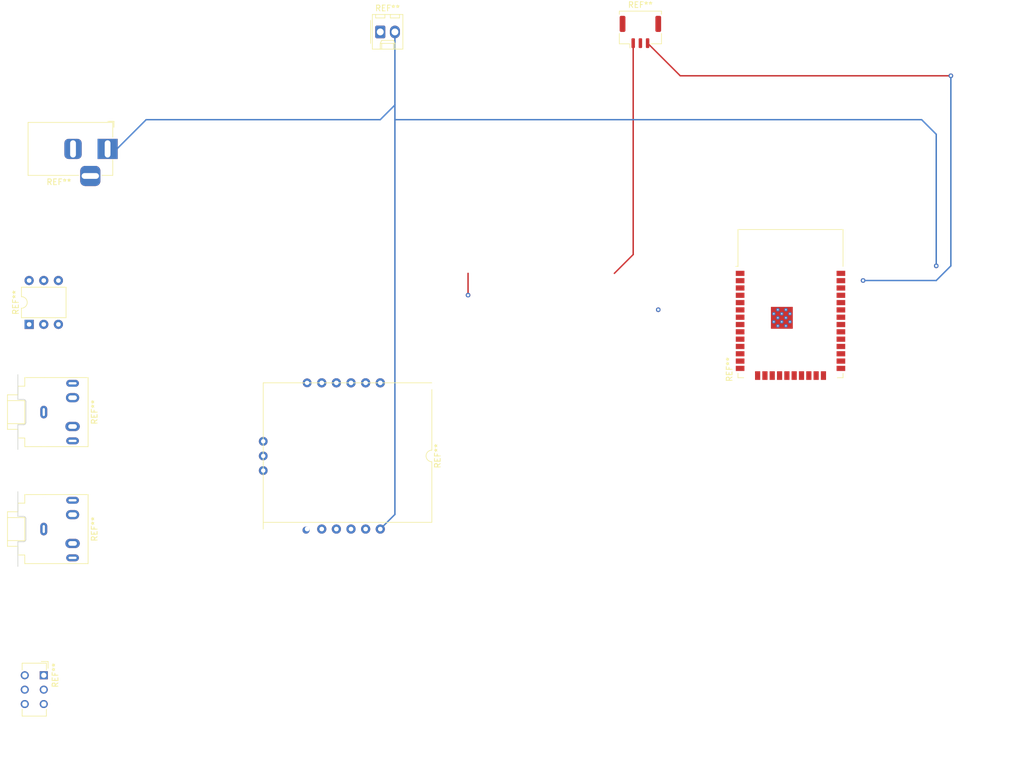
<source format=kicad_pcb>
(kicad_pcb (version 20221018) (generator pcbnew)
  (layers (0 "F.Cu" signal) (31 "B.Cu" signal) (34 "B.Paste" user) (35 "F.Paste" user) (36 "B.SilkS" user "B.Silkscreen") (37 "F.SilkS" user "F.Silkscreen") (38 "B.Mask" user) (39 "F.Mask" user) (44 "Edge.Cuts" user))
  (net 0 "")
  (footprint "Connector_Audio:Jack_3.5mm_CUI_SJ1-3525N_Horizontal" (layer "F.Cu") (at 22.86 106.68 -90)
    (fp_text reference "REF**" (at 0 -8.8 90) (layer "F.SilkS"))
    (fp_text value "Jack_3.5mm_CUI_SJ1-3525N_Horizontal")
    (fp_line (start -6 -7.7) (end 6 -7.7) (stroke (width 0.12)) (layer "F.SilkS"))
    (fp_line (start -6 3.3) (end -6 -7.7) (stroke (width 0.12)) (layer "F.SilkS"))
    (fp_line (start -4.5 3.3) (end -6 3.3) (stroke (width 0.12)) (layer "F.SilkS"))
    (fp_line (start -4.5 4.5) (end -4.5 3.3) (stroke (width 0.12)) (layer "F.SilkS"))
    (fp_line (start -3 4.5) (end -4.5 4.5) (stroke (width 0.12)) (layer "F.SilkS"))
    (fp_line (start -3 6.3) (end -3 4.5) (stroke (width 0.12)) (layer "F.SilkS"))
    (fp_line (start -2 3.3) (end -2 6.3) (stroke (width 0.12)) (layer "F.SilkS"))
    (fp_line (start 2 3.3) (end -2 3.3) (stroke (width 0.12)) (layer "F.SilkS"))
    (fp_line (start 2 6.3) (end 2 3.3) (stroke (width 0.12)) (layer "F.SilkS"))
    (fp_line (start 3 4.5) (end 3 6.3) (stroke (width 0.12)) (layer "F.SilkS"))
    (fp_line (start 3 6.3) (end -3 6.3) (stroke (width 0.12)) (layer "F.SilkS"))
    (fp_line (start 4.5 3.3) (end 4.5 4.5) (stroke (width 0.12)) (layer "F.SilkS"))
    (fp_line (start 4.5 4.5) (end 3 4.5) (stroke (width 0.12)) (layer "F.SilkS"))
    (fp_line (start 6 -7.7) (end 6 3.3) (stroke (width 0.12)) (layer "F.SilkS"))
    (fp_line (start 6 3.3) (end 4.5 3.3) (stroke (width 0.12)) (layer "F.SilkS"))
    (fp_line (start -2.2 3.5) (end -2.2 4.5) (stroke (width 0.12)) (layer "Edge.Cuts"))
    (fp_line (start -2.2 4.5) (end -6.5 4.5) (stroke (width 0.12)) (layer "Edge.Cuts"))
    (fp_line (start 1.8 3.1) (end -1.8 3.1) (stroke (width 0.12)) (layer "Edge.Cuts"))
    (fp_line (start 2.2 3.5) (end 2.2 4.5) (stroke (width 0.12)) (layer "Edge.Cuts"))
    (fp_line (start 2.2 4.5) (end 6.5 4.5) (stroke (width 0.12)) (layer "Edge.Cuts"))
    (fp_arc (start -2.2 3.5) (mid -2.082842 3.217158) (end -1.8 3.1) (stroke (width 0.12)) (layer "Edge.Cuts"))
    (fp_arc (start 1.8 3.1) (mid 2.082843 3.217157) (end 2.2 3.5) (stroke (width 0.12)) (layer "Edge.Cuts"))
    (pad "" np_thru_hole circle (at -5 0 270) (size 1.2 1.2) (drill 1.2) (layers "*.Cu"))
    (pad "" np_thru_hole circle (at -5 2.5 270) (size 1.2 1.2) (drill 1.2) (layers "*.Cu"))
    (pad "" np_thru_hole circle (at 0 -5 270) (size 1.2 1.2) (drill 1.2) (layers "*.Cu"))
    (pad "" np_thru_hole circle (at 5 0 270) (size 1.2 1.2) (drill 1.2) (layers "*.Cu"))
    (pad "" np_thru_hole circle (at 5 2.5 270) (size 1.2 1.2) (drill 1.2) (layers "*.Cu"))
    (pad "R" thru_hole oval (at -5 -5 270) (size 1.2 2.2) (drill oval 0.4 1.4) (layers "*.Cu" "*.Mask"))
    (pad "RN" thru_hole oval (at -2.5 -5 270) (size 1.6 2.3) (drill oval 0.8 1.5) (layers "*.Cu" "*.Mask"))
    (pad "S" thru_hole oval (at 0 0 270) (size 2.2 1.2) (drill oval 1.4 0.4) (layers "*.Cu" "*.Mask"))
    (pad "T" thru_hole oval (at 5 -5 90) (size 1.2 2.2) (drill oval 0.4 1.4) (layers "*.Cu" "*.Mask"))
    (pad "TN" thru_hole oval (at 2.5 -5 90) (size 1.6 2.5) (drill oval 0.8 1.5) (layers "*.Cu" "*.Mask"))
  )
  (footprint "Connector_BarrelJack:BarrelJack_Horizontal" (layer "F.Cu") (at 33.94 40.64)
    (fp_text reference "REF**" (at -8.45 5.75) (layer "F.SilkS"))
    (fp_text value "BarrelJack_Horizontal")
    (fp_line (start -13.8 -4.6) (end 0.9 -4.6) (stroke (width 0.12)) (layer "F.SilkS"))
    (fp_line (start -13.8 4.6) (end -13.8 -4.6) (stroke (width 0.12)) (layer "F.SilkS"))
    (fp_line (start -5 4.6) (end -13.8 4.6) (stroke (width 0.12)) (layer "F.SilkS"))
    (fp_line (start 0.05 -4.8) (end 1.1 -4.8) (stroke (width 0.12)) (layer "F.SilkS"))
    (fp_line (start 0.9 -4.6) (end 0.9 -2) (stroke (width 0.12)) (layer "F.SilkS"))
    (fp_line (start 0.9 1.9) (end 0.9 4.6) (stroke (width 0.12)) (layer "F.SilkS"))
    (fp_line (start 0.9 4.6) (end -1 4.6) (stroke (width 0.12)) (layer "F.SilkS"))
    (fp_line (start 1.1 -3.75) (end 1.1 -4.8) (stroke (width 0.12)) (layer "F.SilkS"))
    (pad "1" thru_hole rect (at 0 0) (size 3.5 3.5) (drill oval 1 3) (layers "*.Cu" "*.Mask"))
    (pad "2" thru_hole roundrect (at -6 0) (size 3 3.5) (drill oval 1 3) (layers "*.Cu" "*.Mask"))
    (pad "3" thru_hole roundrect (at -3 4.7) (size 3.5 3.5) (drill oval 3 1) (layers "*.Cu" "*.Mask"))
  )
  (footprint "RF_Module:ESP32-WROOM-32D" (layer "F.Cu") (at 152.5 70.51)
    (fp_text reference "REF**" (at -10.61 8.43 90) (layer "F.SilkS"))
    (fp_text value "ESP32-WROOM-32D")
    (fp_line (start -9.12 -15.86) (end -9.12 -9.445) (stroke (width 0.12)) (layer "F.SilkS"))
    (fp_line (start -9.12 -15.86) (end 9.12 -15.86) (stroke (width 0.12)) (layer "F.SilkS"))
    (fp_line (start -9.12 -9.445) (end -9.5 -9.445) (stroke (width 0.12)) (layer "F.SilkS"))
    (fp_line (start -9.12 9.1) (end -9.12 9.88) (stroke (width 0.12)) (layer "F.SilkS"))
    (fp_line (start -9.12 9.88) (end -8.12 9.88) (stroke (width 0.12)) (layer "F.SilkS"))
    (fp_line (start 9.12 -15.86) (end 9.12 -9.445) (stroke (width 0.12)) (layer "F.SilkS"))
    (fp_line (start 9.12 9.1) (end 9.12 9.88) (stroke (width 0.12)) (layer "F.SilkS"))
    (fp_line (start 9.12 9.88) (end 8.12 9.88) (stroke (width 0.12)) (layer "F.SilkS"))
    (pad "1" smd rect (at -8.75 -8.25) (size 1.5 0.9) (layers "F.Cu" "F.Paste" "F.Mask"))
    (pad "2" smd rect (at -8.75 -6.98) (size 1.5 0.9) (layers "F.Cu" "F.Paste" "F.Mask"))
    (pad "3" smd rect (at -8.75 -5.71) (size 1.5 0.9) (layers "F.Cu" "F.Paste" "F.Mask"))
    (pad "4" smd rect (at -8.75 -4.44) (size 1.5 0.9) (layers "F.Cu" "F.Paste" "F.Mask"))
    (pad "5" smd rect (at -8.75 -3.17) (size 1.5 0.9) (layers "F.Cu" "F.Paste" "F.Mask"))
    (pad "6" smd rect (at -8.75 -1.9) (size 1.5 0.9) (layers "F.Cu" "F.Paste" "F.Mask"))
    (pad "7" smd rect (at -8.75 -0.63) (size 1.5 0.9) (layers "F.Cu" "F.Paste" "F.Mask"))
    (pad "8" smd rect (at -8.75 0.64) (size 1.5 0.9) (layers "F.Cu" "F.Paste" "F.Mask"))
    (pad "9" smd rect (at -8.75 1.91) (size 1.5 0.9) (layers "F.Cu" "F.Paste" "F.Mask"))
    (pad "10" smd rect (at -8.75 3.18) (size 1.5 0.9) (layers "F.Cu" "F.Paste" "F.Mask"))
    (pad "11" smd rect (at -8.75 4.45) (size 1.5 0.9) (layers "F.Cu" "F.Paste" "F.Mask"))
    (pad "12" smd rect (at -8.75 5.72) (size 1.5 0.9) (layers "F.Cu" "F.Paste" "F.Mask"))
    (pad "13" smd rect (at -8.75 6.99) (size 1.5 0.9) (layers "F.Cu" "F.Paste" "F.Mask"))
    (pad "14" smd rect (at -8.75 8.26) (size 1.5 0.9) (layers "F.Cu" "F.Paste" "F.Mask"))
    (pad "15" smd rect (at -5.71 9.51 90) (size 1.5 0.9) (layers "F.Cu" "F.Paste" "F.Mask"))
    (pad "16" smd rect (at -4.44 9.51 90) (size 1.5 0.9) (layers "F.Cu" "F.Paste" "F.Mask"))
    (pad "17" smd rect (at -3.17 9.51 90) (size 1.5 0.9) (layers "F.Cu" "F.Paste" "F.Mask"))
    (pad "18" smd rect (at -1.9 9.51 90) (size 1.5 0.9) (layers "F.Cu" "F.Paste" "F.Mask"))
    (pad "19" smd rect (at -0.63 9.51 90) (size 1.5 0.9) (layers "F.Cu" "F.Paste" "F.Mask"))
    (pad "20" smd rect (at 0.64 9.51 90) (size 1.5 0.9) (layers "F.Cu" "F.Paste" "F.Mask"))
    (pad "21" smd rect (at 1.91 9.51 90) (size 1.5 0.9) (layers "F.Cu" "F.Paste" "F.Mask"))
    (pad "22" smd rect (at 3.18 9.51 90) (size 1.5 0.9) (layers "F.Cu" "F.Paste" "F.Mask"))
    (pad "23" smd rect (at 4.45 9.51 90) (size 1.5 0.9) (layers "F.Cu" "F.Paste" "F.Mask"))
    (pad "24" smd rect (at 5.72 9.51 90) (size 1.5 0.9) (layers "F.Cu" "F.Paste" "F.Mask"))
    (pad "25" smd rect (at 8.75 8.26) (size 1.5 0.9) (layers "F.Cu" "F.Paste" "F.Mask"))
    (pad "26" smd rect (at 8.75 6.99) (size 1.5 0.9) (layers "F.Cu" "F.Paste" "F.Mask"))
    (pad "27" smd rect (at 8.75 5.72) (size 1.5 0.9) (layers "F.Cu" "F.Paste" "F.Mask"))
    (pad "28" smd rect (at 8.75 4.45) (size 1.5 0.9) (layers "F.Cu" "F.Paste" "F.Mask"))
    (pad "29" smd rect (at 8.75 3.18) (size 1.5 0.9) (layers "F.Cu" "F.Paste" "F.Mask"))
    (pad "30" smd rect (at 8.75 1.91) (size 1.5 0.9) (layers "F.Cu" "F.Paste" "F.Mask"))
    (pad "31" smd rect (at 8.75 0.64) (size 1.5 0.9) (layers "F.Cu" "F.Paste" "F.Mask"))
    (pad "32" smd rect (at 8.75 -0.63) (size 1.5 0.9) (layers "F.Cu" "F.Paste" "F.Mask"))
    (pad "33" smd rect (at 8.75 -1.9) (size 1.5 0.9) (layers "F.Cu" "F.Paste" "F.Mask"))
    (pad "34" smd rect (at 8.75 -3.17) (size 1.5 0.9) (layers "F.Cu" "F.Paste" "F.Mask"))
    (pad "35" smd rect (at 8.75 -4.44) (size 1.5 0.9) (layers "F.Cu" "F.Paste" "F.Mask"))
    (pad "36" smd rect (at 8.75 -5.71) (size 1.5 0.9) (layers "F.Cu" "F.Paste" "F.Mask"))
    (pad "37" smd rect (at 8.75 -6.98) (size 1.5 0.9) (layers "F.Cu" "F.Paste" "F.Mask"))
    (pad "38" smd rect (at 8.75 -8.25) (size 1.5 0.9) (layers "F.Cu" "F.Paste" "F.Mask"))
    (pad "39" smd rect (at -2.9 -1.93) (size 0.9 0.9) (layers "F.Cu" "F.Paste"))
    (pad "39" thru_hole circle (at -2.9 -1.23) (size 0.6 0.6) (drill 0.2) (property pad_prop_heatsink) (layers "*.Cu" "F.Mask"))
    (pad "39" smd rect (at -2.9 -0.53) (size 0.9 0.9) (layers "F.Cu" "F.Paste"))
    (pad "39" thru_hole circle (at -2.9 0.17) (size 0.6 0.6) (drill 0.2) (property pad_prop_heatsink) (layers "*.Cu" "F.Mask"))
    (pad "39" smd rect (at -2.9 0.87) (size 0.9 0.9) (layers "F.Cu" "F.Paste"))
    (pad "39" thru_hole circle (at -2.2 -1.93) (size 0.6 0.6) (drill 0.2) (property pad_prop_heatsink) (layers "*.Cu" "F.Mask"))
    (pad "39" thru_hole circle (at -2.2 -0.53) (size 0.6 0.6) (drill 0.2) (property pad_prop_heatsink) (layers "*.Cu" "F.Mask"))
    (pad "39" thru_hole circle (at -2.2 0.87) (size 0.6 0.6) (drill 0.2) (property pad_prop_heatsink) (layers "*.Cu" "F.Mask"))
    (pad "39" thru_hole circle (at -1.525 -1.23) (size 0.6 0.6) (drill 0.2) (property pad_prop_heatsink) (layers "*.Cu" "F.Mask"))
    (pad "39" thru_hole circle (at -1.525 0.17) (size 0.6 0.6) (drill 0.2) (property pad_prop_heatsink) (layers "*.Cu" "F.Mask"))
    (pad "39" smd rect (at -1.5 -1.93) (size 0.9 0.9) (layers "F.Cu" "F.Paste"))
    (pad "39" smd rect (at -1.5 -0.53) (size 0.9 0.9) (layers "F.Cu" "F.Paste"))
    (pad "39" smd rect (at -1.5 -0.53) (size 3.8 3.8) (layers "F.Cu" "F.Mask"))
    (pad "39" smd rect (at -1.5 0.87) (size 0.9 0.9) (layers "F.Cu" "F.Paste"))
    (pad "39" thru_hole circle (at -0.8 -1.93) (size 0.6 0.6) (drill 0.2) (property pad_prop_heatsink) (layers "*.Cu" "F.Mask"))
    (pad "39" thru_hole circle (at -0.8 -0.53) (size 0.6 0.6) (drill 0.2) (property pad_prop_heatsink) (layers "*.Cu" "F.Mask"))
    (pad "39" thru_hole circle (at -0.8 0.87) (size 0.6 0.6) (drill 0.2) (property pad_prop_heatsink) (layers "*.Cu" "F.Mask"))
    (pad "39" smd rect (at -0.1 -1.93) (size 0.9 0.9) (layers "F.Cu" "F.Paste"))
    (pad "39" thru_hole circle (at -0.1 -1.23) (size 0.6 0.6) (drill 0.2) (property pad_prop_heatsink) (layers "*.Cu" "F.Mask"))
    (pad "39" smd rect (at -0.1 -0.53) (size 0.9 0.9) (layers "F.Cu" "F.Paste"))
    (pad "39" thru_hole circle (at -0.1 0.17) (size 0.6 0.6) (drill 0.2) (property pad_prop_heatsink) (layers "*.Cu" "F.Mask"))
    (pad "39" smd rect (at -0.1 0.87) (size 0.9 0.9) (layers "F.Cu" "F.Paste"))
  )
  (footprint "Package_DIP:DIP-6_W7.62mm" (layer "F.Cu") (at 20.32 71.12 90)
    (fp_text reference "REF**" (at 3.81 -2.33 90) (layer "F.SilkS"))
    (fp_text value "DIP-6_W7.62mm")
    (fp_line (start 1.16 -1.33) (end 1.16 6.41) (stroke (width 0.12)) (layer "F.SilkS"))
    (fp_line (start 1.16 6.41) (end 6.46 6.41) (stroke (width 0.12)) (layer "F.SilkS"))
    (fp_line (start 2.81 -1.33) (end 1.16 -1.33) (stroke (width 0.12)) (layer "F.SilkS"))
    (fp_line (start 6.46 -1.33) (end 4.81 -1.33) (stroke (width 0.12)) (layer "F.SilkS"))
    (fp_line (start 6.46 6.41) (end 6.46 -1.33) (stroke (width 0.12)) (layer "F.SilkS"))
    (fp_arc (start 4.81 -1.33) (mid 3.81 -0.33) (end 2.81 -1.33) (stroke (width 0.12)) (layer "F.SilkS"))
    (pad "1" thru_hole rect (at 0 0 90) (size 1.6 1.6) (drill 0.8) (layers "*.Cu" "*.Mask"))
    (pad "2" thru_hole oval (at 0 2.54 90) (size 1.6 1.6) (drill 0.8) (layers "*.Cu" "*.Mask"))
    (pad "3" thru_hole oval (at 0 5.08 90) (size 1.6 1.6) (drill 0.8) (layers "*.Cu" "*.Mask"))
    (pad "4" thru_hole oval (at 7.62 5.08 90) (size 1.6 1.6) (drill 0.8) (layers "*.Cu" "*.Mask"))
    (pad "5" thru_hole oval (at 7.62 2.54 90) (size 1.6 1.6) (drill 0.8) (layers "*.Cu" "*.Mask"))
    (pad "6" thru_hole oval (at 7.62 0 90) (size 1.6 1.6) (drill 0.8) (layers "*.Cu" "*.Mask"))
  )
  (footprint "Button_Switch_THT:SW_CuK_JS202011AQN_DPDT_Angled" (layer "F.Cu") (at 22.86 132.08 -90)
    (fp_text reference "REF**" (at 0 -2 90) (layer "F.SilkS"))
    (fp_text value "SW_CuK_JS202011AQN_DPDT_Angled")
    (fp_line (start -2.4 -0.75) (end -2.4 0.45) (stroke (width 0.12)) (layer "F.SilkS"))
    (fp_line (start -2.1 -0.45) (end -2.1 3.75) (stroke (width 0.12)) (layer "F.SilkS"))
    (fp_line (start -2.1 3.75) (end -0.9 3.75) (stroke (width 0.12)) (layer "F.SilkS"))
    (fp_line (start -1.2 -0.75) (end -2.4 -0.75) (stroke (width 0.12)) (layer "F.SilkS"))
    (fp_line (start -0.9 -0.45) (end -2.1 -0.45) (stroke (width 0.12)) (layer "F.SilkS"))
    (fp_line (start 5.9 -0.45) (end 7.1 -0.45) (stroke (width 0.12)) (layer "F.SilkS"))
    (fp_line (start 7.1 -0.45) (end 7.1 3.75) (stroke (width 0.12)) (layer "F.SilkS"))
    (fp_line (start 7.1 3.75) (end 5.9 3.75) (stroke (width 0.12)) (layer "F.SilkS"))
    (pad "1" thru_hole rect (at 0 0 270) (size 1.4 1.4) (drill 0.9) (layers "*.Cu" "*.Mask"))
    (pad "2" thru_hole circle (at 2.5 0 270) (size 1.4 1.4) (drill 0.9) (layers "*.Cu" "*.Mask"))
    (pad "3" thru_hole circle (at 5 0 270) (size 1.4 1.4) (drill 0.9) (layers "*.Cu" "*.Mask"))
    (pad "4" thru_hole circle (at 0 3.3 270) (size 1.4 1.4) (drill 0.9) (layers "*.Cu" "*.Mask"))
    (pad "5" thru_hole circle (at 2.5 3.3 270) (size 1.4 1.4) (drill 0.9) (layers "*.Cu" "*.Mask"))
    (pad "6" thru_hole circle (at 5 3.3 270) (size 1.4 1.4) (drill 0.9) (layers "*.Cu" "*.Mask"))
  )
  (footprint "Package_DIP:DIP-40_W25.4mm" (layer "F.Cu") (at 88.9 81.28 -90)
    (fp_text reference "REF**" (at 12.7 -2.33 90) (layer "F.SilkS"))
    (fp_text value "DIP-40_W25.4mm")
    (fp_line (start 0 -1.33) (end 0 27.94) (stroke (width 0.12)) (layer "F.SilkS"))
    (fp_line (start 0 27.94) (end 25.4 27.94) (stroke (width 0.12)) (layer "F.SilkS"))
    (fp_line (start 11.7 -1.33) (end 1.16 -1.33) (stroke (width 0.12)) (layer "F.SilkS"))
    (fp_line (start 24.24 -1.33) (end 13.7 -1.33) (stroke (width 0.12)) (layer "F.SilkS"))
    (fp_line (start 24.24 27.94) (end 24.24 -1.33) (stroke (width 0.12)) (layer "F.SilkS"))
    (fp_arc (start 13.7 -1.33) (mid 12.7 -0.33) (end 11.7 -1.33) (stroke (width 0.12)) (layer "F.SilkS"))
    (pad "1" thru_hole circle (at 0 20.32 270) (size 1.524 1.524) (drill 0.762) (layers "*.Cu" "*.Mask"))
    (pad "2" thru_hole circle (at 10.16 27.94 270) (size 1.524 1.524) (drill 0.762) (layers "*.Cu" "*.Mask"))
    (pad "3" thru_hole circle (at 12.7 27.94 270) (size 1.524 1.524) (drill 0.762) (layers "*.Cu" "*.Mask"))
    (pad "4" thru_hole oval (at 0 7.62 270) (size 1.6 1.6) (drill 0.8) (layers "*.Cu" "*.Mask"))
    (pad "5" thru_hole oval (at 0 10.16 270) (size 1.6 1.6) (drill 0.8) (layers "*.Cu" "*.Mask"))
    (pad "6" thru_hole oval (at 0 12.7 270) (size 1.6 1.6) (drill 0.8) (layers "*.Cu" "*.Mask"))
    (pad "7" thru_hole oval (at 0 15.24 270) (size 1.6 1.6) (drill 0.8) (layers "*.Cu" "*.Mask"))
    (pad "8" thru_hole oval (at 0 17.78 270) (size 1.6 1.6) (drill 0.8) (layers "*.Cu" "*.Mask"))
    (pad "11" thru_hole circle (at 15.24 27.94 270) (size 1.524 1.524) (drill 0.762) (layers "*.Cu" "*.Mask"))
    (pad "32" thru_hole oval (at 25.4 20.32 270) (size 1.2254 1.2254) (drill 0.8 (offset 0.1873 0.1873)) (layers "*.Cu" "*.Mask"))
    (pad "33" thru_hole oval (at 25.4 17.78 270) (size 1.6 1.6) (drill 0.8) (layers "*.Cu" "*.Mask"))
    (pad "34" thru_hole oval (at 25.4 15.24 270) (size 1.6 1.6) (drill 0.8) (layers "*.Cu" "*.Mask"))
    (pad "35" thru_hole oval (at 25.4 12.7 270) (size 1.6 1.6) (drill 0.8) (layers "*.Cu" "*.Mask"))
    (pad "36" thru_hole oval (at 25.4 10.16 270) (size 1.6 1.6) (drill 0.8) (layers "*.Cu" "*.Mask"))
    (pad "37" thru_hole oval (at 25.4 7.62 270) (size 1.6 1.6) (drill 0.8) (layers "*.Cu" "*.Mask"))
  )
  (footprint "Connector_Molex:Molex_KK-254_AE-6410-02A_1x02_P2.54mm_Vertical" (layer "F.Cu") (at 81.28 20.32)
    (fp_text reference "REF**" (at 1.27 -4.12) (layer "F.SilkS"))
    (fp_text value "Molex_KK-254_AE-6410-02A_1x02_P2.54mm_Vertical")
    (fp_line (start -1.67 -2) (end -1.67 2) (stroke (width 0.12)) (layer "F.SilkS"))
    (fp_line (start -1.38 -3.03) (end -1.38 2.99) (stroke (width 0.12)) (layer "F.SilkS"))
    (fp_line (start -1.38 2.99) (end 3.92 2.99) (stroke (width 0.12)) (layer "F.SilkS"))
    (fp_line (start -0.8 -3.03) (end -0.8 -2.43) (stroke (width 0.12)) (layer "F.SilkS"))
    (fp_line (start -0.8 -2.43) (end 0.8 -2.43) (stroke (width 0.12)) (layer "F.SilkS"))
    (fp_line (start 0 1.99) (end 0.25 1.46) (stroke (width 0.12)) (layer "F.SilkS"))
    (fp_line (start 0 1.99) (end 2.54 1.99) (stroke (width 0.12)) (layer "F.SilkS"))
    (fp_line (start 0 2.99) (end 0 1.99) (stroke (width 0.12)) (layer "F.SilkS"))
    (fp_line (start 0.25 1.46) (end 2.29 1.46) (stroke (width 0.12)) (layer "F.SilkS"))
    (fp_line (start 0.25 2.99) (end 0.25 1.99) (stroke (width 0.12)) (layer "F.SilkS"))
    (fp_line (start 0.8 -2.43) (end 0.8 -3.03) (stroke (width 0.12)) (layer "F.SilkS"))
    (fp_line (start 1.74 -3.03) (end 1.74 -2.43) (stroke (width 0.12)) (layer "F.SilkS"))
    (fp_line (start 1.74 -2.43) (end 3.34 -2.43) (stroke (width 0.12)) (layer "F.SilkS"))
    (fp_line (start 2.29 1.46) (end 2.54 1.99) (stroke (width 0.12)) (layer "F.SilkS"))
    (fp_line (start 2.29 2.99) (end 2.29 1.99) (stroke (width 0.12)) (layer "F.SilkS"))
    (fp_line (start 2.54 1.99) (end 2.54 2.99) (stroke (width 0.12)) (layer "F.SilkS"))
    (fp_line (start 3.34 -2.43) (end 3.34 -3.03) (stroke (width 0.12)) (layer "F.SilkS"))
    (fp_line (start 3.92 -3.03) (end -1.38 -3.03) (stroke (width 0.12)) (layer "F.SilkS"))
    (fp_line (start 3.92 2.99) (end 3.92 -3.03) (stroke (width 0.12)) (layer "F.SilkS"))
    (pad "1" thru_hole roundrect (at 0 0) (size 1.74 2.19) (drill 1.19) (layers "*.Cu" "*.Mask") (roundrect_rratio 0.143678))
    (pad "2" thru_hole oval (at 2.54 0) (size 1.74 2.19) (drill 1.19) (layers "*.Cu" "*.Mask"))
  )
  (footprint "Connector_Audio:Jack_3.5mm_CUI_SJ1-3525N_Horizontal" (layer "F.Cu") (at 22.86 86.36 -90)
    (fp_text reference "REF**" (at 0 -8.8 90) (layer "F.SilkS"))
    (fp_text value "Jack_3.5mm_CUI_SJ1-3525N_Horizontal")
    (fp_line (start -6 -7.7) (end 6 -7.7) (stroke (width 0.12)) (layer "F.SilkS"))
    (fp_line (start -6 3.3) (end -6 -7.7) (stroke (width 0.12)) (layer "F.SilkS"))
    (fp_line (start -4.5 3.3) (end -6 3.3) (stroke (width 0.12)) (layer "F.SilkS"))
    (fp_line (start -4.5 4.5) (end -4.5 3.3) (stroke (width 0.12)) (layer "F.SilkS"))
    (fp_line (start -3 4.5) (end -4.5 4.5) (stroke (width 0.12)) (layer "F.SilkS"))
    (fp_line (start -3 6.3) (end -3 4.5) (stroke (width 0.12)) (layer "F.SilkS"))
    (fp_line (start -2 3.3) (end -2 6.3) (stroke (width 0.12)) (layer "F.SilkS"))
    (fp_line (start 2 3.3) (end -2 3.3) (stroke (width 0.12)) (layer "F.SilkS"))
    (fp_line (start 2 6.3) (end 2 3.3) (stroke (width 0.12)) (layer "F.SilkS"))
    (fp_line (start 3 4.5) (end 3 6.3) (stroke (width 0.12)) (layer "F.SilkS"))
    (fp_line (start 3 6.3) (end -3 6.3) (stroke (width 0.12)) (layer "F.SilkS"))
    (fp_line (start 4.5 3.3) (end 4.5 4.5) (stroke (width 0.12)) (layer "F.SilkS"))
    (fp_line (start 4.5 4.5) (end 3 4.5) (stroke (width 0.12)) (layer "F.SilkS"))
    (fp_line (start 6 -7.7) (end 6 3.3) (stroke (width 0.12)) (layer "F.SilkS"))
    (fp_line (start 6 3.3) (end 4.5 3.3) (stroke (width 0.12)) (layer "F.SilkS"))
    (fp_line (start -2.2 3.5) (end -2.2 4.5) (stroke (width 0.12)) (layer "Edge.Cuts"))
    (fp_line (start -2.2 4.5) (end -6.5 4.5) (stroke (width 0.12)) (layer "Edge.Cuts"))
    (fp_line (start 1.8 3.1) (end -1.8 3.1) (stroke (width 0.12)) (layer "Edge.Cuts"))
    (fp_line (start 2.2 3.5) (end 2.2 4.5) (stroke (width 0.12)) (layer "Edge.Cuts"))
    (fp_line (start 2.2 4.5) (end 6.5 4.5) (stroke (width 0.12)) (layer "Edge.Cuts"))
    (fp_arc (start -2.2 3.5) (mid -2.082842 3.217158) (end -1.8 3.1) (stroke (width 0.12)) (layer "Edge.Cuts"))
    (fp_arc (start 1.8 3.1) (mid 2.082843 3.217157) (end 2.2 3.5) (stroke (width 0.12)) (layer "Edge.Cuts"))
    (pad "" np_thru_hole circle (at -5 0 270) (size 1.2 1.2) (drill 1.2) (layers "*.Cu"))
    (pad "" np_thru_hole circle (at -5 2.5 270) (size 1.2 1.2) (drill 1.2) (layers "*.Cu"))
    (pad "" np_thru_hole circle (at 0 -5 270) (size 1.2 1.2) (drill 1.2) (layers "*.Cu"))
    (pad "" np_thru_hole circle (at 5 0 270) (size 1.2 1.2) (drill 1.2) (layers "*.Cu"))
    (pad "" np_thru_hole circle (at 5 2.5 270) (size 1.2 1.2) (drill 1.2) (layers "*.Cu"))
    (pad "R" thru_hole oval (at -5 -5 270) (size 1.2 2.2) (drill oval 0.4 1.4) (layers "*.Cu" "*.Mask"))
    (pad "RN" thru_hole oval (at -2.5 -5 270) (size 1.6 2.3) (drill oval 0.8 1.5) (layers "*.Cu" "*.Mask"))
    (pad "S" thru_hole oval (at 0 0 270) (size 2.2 1.2) (drill oval 1.4 0.4) (layers "*.Cu" "*.Mask"))
    (pad "T" thru_hole oval (at 5 -5 90) (size 1.2 2.2) (drill oval 0.4 1.4) (layers "*.Cu" "*.Mask"))
    (pad "TN" thru_hole oval (at 2.5 -5 90) (size 1.6 2.5) (drill oval 0.8 1.5) (layers "*.Cu" "*.Mask"))
  )
  (footprint "Connector_Molex:Molex_CLIK-Mate_502382-0370_1x03-1MP_P1.25mm_Vertical" (layer "F.Cu") (at 126.44 20.32)
    (fp_text reference "REF**" (at 0 -4.7) (layer "F.SilkS"))
    (fp_text value "Molex_CLIK-Mate_502382-0370_1x03-1MP_P1.25mm_Vertical")
    (fp_line (start -3.66 -3.61) (end 3.66 -3.61) (stroke (width 0.12)) (layer "F.SilkS"))
    (fp_line (start -3.66 -3.06) (end -3.66 -3.61) (stroke (width 0.12)) (layer "F.SilkS"))
    (fp_line (start -3.66 0.26) (end -3.66 2.06) (stroke (width 0.12)) (layer "F.SilkS"))
    (fp_line (start -3.66 2.06) (end -1.81 2.06) (stroke (width 0.12)) (layer "F.SilkS"))
    (fp_line (start -1.81 2.06) (end -1.81 2.8) (stroke (width 0.12)) (layer "F.SilkS"))
    (fp_line (start 3.66 -3.61) (end 3.66 -3.06) (stroke (width 0.12)) (layer "F.SilkS"))
    (fp_line (start 3.66 0.26) (end 3.66 2.06) (stroke (width 0.12)) (layer "F.SilkS"))
    (fp_line (start 3.66 2.06) (end 1.81 2.06) (stroke (width 0.12)) (layer "F.SilkS"))
    (pad "1" smd roundrect (at -1.25 1.95) (size 0.6 1.7) (layers "F.Cu" "F.Paste" "F.Mask"))
    (pad "2" smd roundrect (at 0 1.95) (size 0.6 1.7) (layers "F.Cu" "F.Paste" "F.Mask"))
    (pad "3" smd roundrect (at 1.25 1.95) (size 0.6 1.7) (layers "F.Cu" "F.Paste" "F.Mask"))
    (pad "MP" smd roundrect (at -3.1 -1.4) (size 1 2.8) (layers "F.Cu" "F.Paste" "F.Mask"))
    (pad "MP" smd roundrect (at 3.1 -1.4) (size 1 2.8) (layers "F.Cu" "F.Paste" "F.Mask"))
  )
  (segment (start 96.52 62.26) (end 24.1 62.26) (width 0) (layer "F.Cu") (net 0))
  (segment (start 176.5 62.26) (end 177.8 60.96) (width 0) (layer "F.Cu") (net 0))
  (segment (start 149.86 88.9) (end 152.4 88.9) (width 0) (layer "F.Cu") (net 0))
  (segment (start 161.25 63.53) (end 165.07 63.53) (width 0) (layer "F.Cu") (net 0))
  (segment (start 133.36 27.94) (end 180.34 27.94) (width 0.25) (layer "F.Cu") (net 0))
  (segment (start 152.4 88.9) (end 152.4 83.82) (width 0) (layer "F.Cu") (net 0))
  (segment (start 73.66 101.6) (end 76.2 101.6) (width 0) (layer "F.Cu") (net 0))
  (segment (start 17.78 142.24) (end 96.52 142.24) (width 0) (layer "F.Cu") (net 0))
  (segment (start 45.72 86.36) (end 43.18 83.82) (width 0) (layer "F.Cu") (net 0))
  (segment (start 104.11 63.53) (end 99.06 68.58) (width 0) (layer "F.Cu") (net 0))
  (segment (start 43.18 83.82) (end 43.14 83.86) (width 0) (layer "F.Cu") (net 0))
  (segment (start 96.52 66.04) (end 96.52 62.26) (width 0.25) (layer "F.Cu") (net 0))
  (segment (start 38.02 91.36) (end 40.64 93.98) (width 0) (layer "F.Cu") (net 0))
  (segment (start 76.2 106.68) (end 76.2 114.3) (width 0) (layer "F.Cu") (net 0))
  (segment (start 129.54 68.58) (end 130.84 69.88) (width 0) (layer "F.Cu") (net 0))
  (segment (start 71.12 91.44) (end 71.12 81.28) (width 0) (layer "F.Cu") (net 0))
  (segment (start 43.14 88.86) (end 45.72 91.44) (width 0) (layer "F.Cu") (net 0))
  (segment (start 17.78 136.36) (end 17.78 142.24) (width 0) (layer "F.Cu") (net 0))
  (segment (start 22.86 73.66) (end 22.86 71.12) (width 0) (layer "F.Cu") (net 0))
  (segment (start 27.94 40.64) (end 27.94 42.34) (width 0) (layer "F.Cu") (net 0))
  (segment (start 126.44 24.84) (end 126.44 22.27) (width 0) (layer "F.Cu") (net 0))
  (segment (start 27.86 83.86) (end 30.44 83.86) (width 0) (layer "F.Cu") (net 0))
  (segment (start 24.1 62.26) (end 22.86 63.5) (width 0) (layer "F.Cu") (net 0))
  (segment (start 22.86 137.08) (end 25.48 137.08) (width 0) (layer "F.Cu") (net 0))
  (segment (start 121.92 62.26) (end 96.52 62.26) (width 0) (layer "F.Cu") (net 0))
  (segment (start 81.28 76.2) (end 121.92 76.2) (width 0) (layer "F.Cu") (net 0))
  (segment (start 40.64 93.98) (end 60.96 93.98) (width 0) (layer "F.Cu") (net 0))
  (segment (start 190.5 86.36) (end 193.04 83.82) (width 0) (layer "F.Cu") (net 0))
  (segment (start 25.48 137.08) (end 71.12 91.44) (width 0) (layer "F.Cu") (net 0))
  (segment (start 99.06 68.58) (end 45.72 68.58) (width 0) (layer "F.Cu") (net 0))
  (segment (start 76.2 101.6) (end 76.2 106.68) (width 0) (layer "F.Cu") (net 0))
  (segment (start 127.69 22.27) (end 133.36 27.94) (width 0.25) (layer "F.Cu") (net 0))
  (segment (start 125.19 58.99) (end 121.92 62.26) (width 0.25) (layer "F.Cu") (net 0))
  (segment (start 156.95 85.83) (end 157.48 86.36) (width 0) (layer "F.Cu") (net 0))
  (segment (start 45.72 91.44) (end 45.72 86.36) (width 0) (layer "F.Cu") (net 0))
  (segment (start 143.75 62.26) (end 121.92 62.26) (width 0) (layer "F.Cu") (net 0))
  (segment (start 78.74 86.36) (end 73.66 86.36) (width 0) (layer "F.Cu") (net 0))
  (segment (start 27.86 91.36) (end 38.02 91.36) (width 0) (layer "F.Cu") (net 0))
  (segment (start 60.96 91.44) (end 45.72 91.44) (width 0) (layer "F.Cu") (net 0))
  (segment (start 40.64 73.66) (end 22.86 73.66) (width 0) (layer "F.Cu") (net 0))
  (segment (start 45.72 68.58) (end 40.64 73.66) (width 0) (layer "F.Cu") (net 0))
  (segment (start 165.07 63.53) (end 165.1 63.5) (width 0) (layer "F.Cu") (net 0))
  (segment (start 73.66 81.28) (end 73.66 101.6) (width 0) (layer "F.Cu") (net 0))
  (segment (start 96.52 142.24) (end 149.86 88.9) (width 0) (layer "F.Cu") (net 0))
  (segment (start 132.08 30.48) (end 126.44 24.84) (width 0) (layer "F.Cu") (net 0))
  (segment (start 130.84 69.88) (end 143.75 69.88) (width 0) (layer "F.Cu") (net 0))
  (segment (start 125.19 22.27) (end 125.19 58.99) (width 0.25) (layer "F.Cu") (net 0))
  (segment (start 193.04 83.82) (end 193.04 30.48) (width 0) (layer "F.Cu") (net 0))
  (segment (start 143.75 63.53) (end 104.11 63.53) (width 0) (layer "F.Cu") (net 0))
  (segment (start 81.28 81.28) (end 81.28 76.2) (width 0) (layer "F.Cu") (net 0))
  (segment (start 152.4 83.82) (end 151.87 83.29) (width 0) (layer "F.Cu") (net 0))
  (segment (start 19.56 134.58) (end 17.78 136.36) (width 0) (layer "F.Cu") (net 0))
  (segment (start 151.87 83.29) (end 151.87 80.02) (width 0) (layer "F.Cu") (net 0))
  (segment (start 121.92 76.2) (end 129.54 68.58) (width 0) (layer "F.Cu") (net 0))
  (segment (start 161.25 62.26) (end 176.5 62.26) (width 0) (layer "F.Cu") (net 0))
  (segment (start 27.94 42.34) (end 30.94 45.34) (width 0) (layer "F.Cu") (net 0))
  (segment (start 193.04 30.48) (end 132.08 30.48) (width 0) (layer "F.Cu") (net 0))
  (segment (start 157.48 86.36) (end 190.5 86.36) (width 0) (layer "F.Cu") (net 0))
  (segment (start 78.74 81.28) (end 78.74 86.36) (width 0) (layer "F.Cu") (net 0))
  (segment (start 30.44 83.86) (end 30.48 83.82) (width 0) (layer "F.Cu") (net 0))
  (segment (start 43.14 83.86) (end 27.86 83.86) (width 0) (layer "F.Cu") (net 0))
  (segment (start 27.86 88.86) (end 43.14 88.86) (width 0) (layer "F.Cu") (net 0))
  (segment (start 156.95 80.02) (end 156.95 85.83) (width 0) (layer "F.Cu") (net 0))
  (via (at 27.94 40.64) (size 0.8) (drill 0.4) (layers "F.Cu" "B.Cu") (net 0))
  (via (at 27.94 40.64) (size 0.8) (drill 0.4) (layers "F.Cu" "B.Cu") (net 0))
  (via (at 96.52 66.04) (size 0.8) (drill 0.4) (layers "F.Cu" "B.Cu") (net 0))
  (via (at 27.94 40.64) (size 0.8) (drill 0.4) (layers "F.Cu" "B.Cu") (net 0))
  (via (at 177.8 60.96) (size 0.8) (drill 0.4) (layers "F.Cu" "B.Cu") (net 0))
  (via (at 27.94 40.64) (size 0.8) (drill 0.4) (layers "F.Cu" "B.Cu") (net 0))
  (via (at 27.94 40.64) (size 0.8) (drill 0.4) (layers "F.Cu" "B.Cu") (net 0))
  (via (at 27.94 40.64) (size 0.8) (drill 0.4) (layers "F.Cu" "B.Cu") (net 0))
  (via (at 27.94 40.64) (size 0.8) (drill 0.4) (layers "F.Cu" "B.Cu") (net 0))
  (via (at 129.54 68.58) (size 0.8) (drill 0.4) (layers "F.Cu" "B.Cu") (net 0))
  (via (at 180.34 27.94) (size 0.8) (drill 0.4) (layers "F.Cu" "B.Cu") (net 0))
  (via (at 165.1 63.5) (size 0.8) (drill 0.4) (layers "F.Cu" "B.Cu") (net 0))
  (via (at 27.94 40.64) (size 0.8) (drill 0.4) (layers "F.Cu" "B.Cu") (net 0))
  (segment (start 99.06 129.54) (end 129.54 99.06) (width 0) (layer "B.Cu") (net 0))
  (segment (start 40.6 109.18) (end 27.86 109.18) (width 0) (layer "B.Cu") (net 0))
  (segment (start 33.02 121.92) (end 22.86 121.92) (width 0) (layer "B.Cu") (net 0))
  (segment (start 33.02 104.14) (end 32.98 104.18) (width 0) (layer "B.Cu") (net 0))
  (segment (start 180.34 60.96) (end 177.8 63.5) (width 0.25) (layer "B.Cu") (net 0))
  (segment (start 40.64 109.22) (end 40.6 109.18) (width 0) (layer "B.Cu") (net 0))
  (segment (start 73.66 81.28) (end 33.02 121.92) (width 0) (layer "B.Cu") (net 0))
  (segment (start 27.94 33.02) (end 78.74 33.02) (width 0) (layer "B.Cu") (net 0))
  (segment (start 38.14 83.86) (end 40.64 86.36) (width 0) (layer "B.Cu") (net 0))
  (segment (start 177.8 63.5) (end 165.1 63.5) (width 0.25) (layer "B.Cu") (net 0))
  (segment (start 73.66 81.28) (end 55.88 99.06) (width 0) (layer "B.Cu") (net 0))
  (segment (start 33.02 88.9) (end 33.02 104.14) (width 0) (layer "B.Cu") (net 0))
  (segment (start 25.4 71.12) (end 25.4 131.24) (width 0) (layer "B.Cu") (net 0))
  (segment (start 22.86 134.58) (end 94.02 134.58) (width 0) (layer "B.Cu") (net 0))
  (segment (start 76.2 81.28) (end 73.66 81.28) (width 0) (layer "B.Cu") (net 0))
  (segment (start 35.56 66.04) (end 35.56 132.08) (width 0) (layer "B.Cu") (net 0))
  (segment (start 32.98 88.86) (end 33.02 88.9) (width 0) (layer "B.Cu") (net 0))
  (segment (start 83.82 33.02) (end 83.82 104.14) (width 0.25) (layer "B.Cu") (net 0))
  (segment (start 83.82 104.14) (end 81.28 106.68) (width 0.25) (layer "B.Cu") (net 0))
  (segment (start 81.28 30.48) (end 81.28 20.32) (width 0) (layer "B.Cu") (net 0))
  (segment (start 32.98 104.18) (end 27.86 104.18) (width 0) (layer "B.Cu") (net 0))
  (segment (start 78.74 109.22) (end 96.52 109.22) (width 0) (layer "B.Cu") (net 0))
  (segment (start 78.74 33.02) (end 81.28 30.48) (width 0) (layer "B.Cu") (net 0))
  (segment (start 33.02 63.5) (end 35.56 66.04) (width 0) (layer "B.Cu") (net 0))
  (segment (start 180.34 27.94) (end 180.34 60.96) (width 0.25) (layer "B.Cu") (net 0))
  (segment (start 35.56 40.64) (end 33.94 40.64) (width 0.25) (layer "B.Cu") (net 0))
  (segment (start 17.78 130.3) (end 19.56 132.08) (width 0) (layer "B.Cu") (net 0))
  (segment (start 20.32 71.12) (end 20.32 63.5) (width 0) (layer "B.Cu") (net 0))
  (segment (start 27.86 88.86) (end 32.98 88.86) (width 0) (layer "B.Cu") (net 0))
  (segment (start 40.64 35.56) (end 35.56 40.64) (width 0.25) (layer "B.Cu") (net 0))
  (segment (start 27.94 40.64) (end 27.94 33.02) (width 0) (layer "B.Cu") (net 0))
  (segment (start 177.8 60.96) (end 177.8 38.1) (width 0.25) (layer "B.Cu") (net 0))
  (segment (start 40.64 86.36) (end 40.64 109.22) (width 0) (layer "B.Cu") (net 0))
  (segment (start 175.26 35.56) (end 83.82 35.56) (width 0.25) (layer "B.Cu") (net 0))
  (segment (start 177.8 38.1) (end 175.26 35.56) (width 0.25) (layer "B.Cu") (net 0))
  (segment (start 27.86 83.86) (end 38.14 83.86) (width 0) (layer "B.Cu") (net 0))
  (segment (start 17.78 127) (end 17.78 130.3) (width 0) (layer "B.Cu") (net 0))
  (segment (start 83.82 20.32) (end 83.82 33.02) (width 0.25) (layer "B.Cu") (net 0))
  (segment (start 35.56 132.08) (end 22.86 132.08) (width 0) (layer "B.Cu") (net 0))
  (segment (start 94.02 134.58) (end 99.06 129.54) (width 0) (layer "B.Cu") (net 0))
  (segment (start 78.74 106.68) (end 78.74 109.22) (width 0) (layer "B.Cu") (net 0))
  (segment (start 83.82 33.02) (end 81.28 35.56) (width 0.25) (layer "B.Cu") (net 0))
  (segment (start 25.4 131.24) (end 19.56 137.08) (width 0) (layer "B.Cu") (net 0))
  (segment (start 96.52 109.22) (end 96.52 66.04) (width 0) (layer "B.Cu") (net 0))
  (segment (start 129.54 99.06) (end 129.54 68.58) (width 0) (layer "B.Cu") (net 0))
  (segment (start 25.4 63.5) (end 33.02 63.5) (width 0) (layer "B.Cu") (net 0))
  (segment (start 22.86 121.92) (end 17.78 127) (width 0) (layer "B.Cu") (net 0))
  (segment (start 81.28 35.56) (end 40.64 35.56) (width 0.25) (layer "B.Cu") (net 0))
)
</source>
